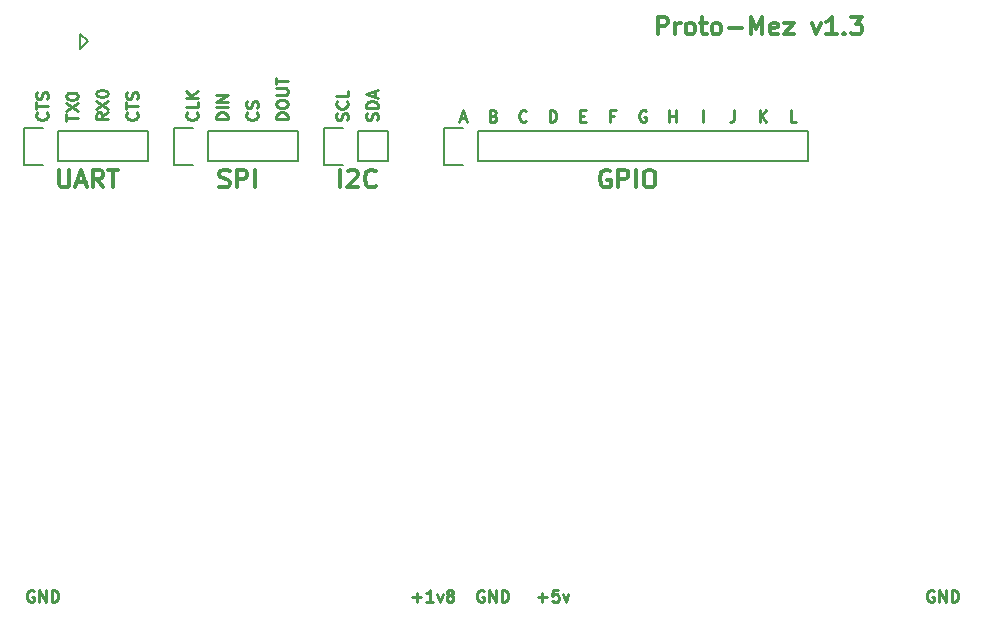
<source format=gbr>
G04 #@! TF.GenerationSoftware,KiCad,Pcbnew,(2017-08-02 revision 9760937)-master*
G04 #@! TF.CreationDate,2017-08-14T12:51:11-05:00*
G04 #@! TF.ProjectId,proto-mezzanine,70726F746F2D6D657A7A616E696E652E,A*
G04 #@! TF.SameCoordinates,Original*
G04 #@! TF.FileFunction,Legend,Top*
G04 #@! TF.FilePolarity,Positive*
%FSLAX46Y46*%
G04 Gerber Fmt 4.6, Leading zero omitted, Abs format (unit mm)*
G04 Created by KiCad (PCBNEW (2017-08-02 revision 9760937)-master) date Mon Aug 14 12:51:11 2017*
%MOMM*%
%LPD*%
G01*
G04 APERTURE LIST*
%ADD10C,0.200000*%
%ADD11C,0.300000*%
%ADD12C,0.250000*%
%ADD13C,0.150000*%
G04 APERTURE END LIST*
D10*
X106985000Y-104445000D02*
X106985000Y-104445000D01*
X106985000Y-105715000D02*
X106985000Y-104445000D01*
X107620000Y-105080000D02*
X106985000Y-105715000D01*
X106985000Y-104445000D02*
X107620000Y-105080000D01*
D11*
X155893571Y-104488571D02*
X155893571Y-102988571D01*
X156465000Y-102988571D01*
X156607857Y-103060000D01*
X156679285Y-103131428D01*
X156750714Y-103274285D01*
X156750714Y-103488571D01*
X156679285Y-103631428D01*
X156607857Y-103702857D01*
X156465000Y-103774285D01*
X155893571Y-103774285D01*
X157393571Y-104488571D02*
X157393571Y-103488571D01*
X157393571Y-103774285D02*
X157465000Y-103631428D01*
X157536428Y-103560000D01*
X157679285Y-103488571D01*
X157822142Y-103488571D01*
X158536428Y-104488571D02*
X158393571Y-104417142D01*
X158322142Y-104345714D01*
X158250714Y-104202857D01*
X158250714Y-103774285D01*
X158322142Y-103631428D01*
X158393571Y-103560000D01*
X158536428Y-103488571D01*
X158750714Y-103488571D01*
X158893571Y-103560000D01*
X158965000Y-103631428D01*
X159036428Y-103774285D01*
X159036428Y-104202857D01*
X158965000Y-104345714D01*
X158893571Y-104417142D01*
X158750714Y-104488571D01*
X158536428Y-104488571D01*
X159465000Y-103488571D02*
X160036428Y-103488571D01*
X159679285Y-102988571D02*
X159679285Y-104274285D01*
X159750714Y-104417142D01*
X159893571Y-104488571D01*
X160036428Y-104488571D01*
X160750714Y-104488571D02*
X160607857Y-104417142D01*
X160536428Y-104345714D01*
X160465000Y-104202857D01*
X160465000Y-103774285D01*
X160536428Y-103631428D01*
X160607857Y-103560000D01*
X160750714Y-103488571D01*
X160965000Y-103488571D01*
X161107857Y-103560000D01*
X161179285Y-103631428D01*
X161250714Y-103774285D01*
X161250714Y-104202857D01*
X161179285Y-104345714D01*
X161107857Y-104417142D01*
X160965000Y-104488571D01*
X160750714Y-104488571D01*
X161893571Y-103917142D02*
X163036428Y-103917142D01*
X163750714Y-104488571D02*
X163750714Y-102988571D01*
X164250714Y-104060000D01*
X164750714Y-102988571D01*
X164750714Y-104488571D01*
X166036428Y-104417142D02*
X165893571Y-104488571D01*
X165607857Y-104488571D01*
X165465000Y-104417142D01*
X165393571Y-104274285D01*
X165393571Y-103702857D01*
X165465000Y-103560000D01*
X165607857Y-103488571D01*
X165893571Y-103488571D01*
X166036428Y-103560000D01*
X166107857Y-103702857D01*
X166107857Y-103845714D01*
X165393571Y-103988571D01*
X166607857Y-103488571D02*
X167393571Y-103488571D01*
X166607857Y-104488571D01*
X167393571Y-104488571D01*
X168965000Y-103488571D02*
X169322142Y-104488571D01*
X169679285Y-103488571D01*
X171036428Y-104488571D02*
X170179285Y-104488571D01*
X170607857Y-104488571D02*
X170607857Y-102988571D01*
X170465000Y-103202857D01*
X170322142Y-103345714D01*
X170179285Y-103417142D01*
X171679285Y-104345714D02*
X171750714Y-104417142D01*
X171679285Y-104488571D01*
X171607857Y-104417142D01*
X171679285Y-104345714D01*
X171679285Y-104488571D01*
X172250714Y-102988571D02*
X173179285Y-102988571D01*
X172679285Y-103560000D01*
X172893571Y-103560000D01*
X173036428Y-103631428D01*
X173107857Y-103702857D01*
X173179285Y-103845714D01*
X173179285Y-104202857D01*
X173107857Y-104345714D01*
X173036428Y-104417142D01*
X172893571Y-104488571D01*
X172465000Y-104488571D01*
X172322142Y-104417142D01*
X172250714Y-104345714D01*
D12*
X135115714Y-152141428D02*
X135877619Y-152141428D01*
X135496666Y-152522380D02*
X135496666Y-151760476D01*
X136877619Y-152522380D02*
X136306190Y-152522380D01*
X136591904Y-152522380D02*
X136591904Y-151522380D01*
X136496666Y-151665238D01*
X136401428Y-151760476D01*
X136306190Y-151808095D01*
X137210952Y-151855714D02*
X137449047Y-152522380D01*
X137687142Y-151855714D01*
X138210952Y-151950952D02*
X138115714Y-151903333D01*
X138068095Y-151855714D01*
X138020476Y-151760476D01*
X138020476Y-151712857D01*
X138068095Y-151617619D01*
X138115714Y-151570000D01*
X138210952Y-151522380D01*
X138401428Y-151522380D01*
X138496666Y-151570000D01*
X138544285Y-151617619D01*
X138591904Y-151712857D01*
X138591904Y-151760476D01*
X138544285Y-151855714D01*
X138496666Y-151903333D01*
X138401428Y-151950952D01*
X138210952Y-151950952D01*
X138115714Y-151998571D01*
X138068095Y-152046190D01*
X138020476Y-152141428D01*
X138020476Y-152331904D01*
X138068095Y-152427142D01*
X138115714Y-152474761D01*
X138210952Y-152522380D01*
X138401428Y-152522380D01*
X138496666Y-152474761D01*
X138544285Y-152427142D01*
X138591904Y-152331904D01*
X138591904Y-152141428D01*
X138544285Y-152046190D01*
X138496666Y-151998571D01*
X138401428Y-151950952D01*
X145751904Y-152141428D02*
X146513809Y-152141428D01*
X146132857Y-152522380D02*
X146132857Y-151760476D01*
X147466190Y-151522380D02*
X146990000Y-151522380D01*
X146942380Y-151998571D01*
X146990000Y-151950952D01*
X147085238Y-151903333D01*
X147323333Y-151903333D01*
X147418571Y-151950952D01*
X147466190Y-151998571D01*
X147513809Y-152093809D01*
X147513809Y-152331904D01*
X147466190Y-152427142D01*
X147418571Y-152474761D01*
X147323333Y-152522380D01*
X147085238Y-152522380D01*
X146990000Y-152474761D01*
X146942380Y-152427142D01*
X147847142Y-151855714D02*
X148085238Y-152522380D01*
X148323333Y-151855714D01*
X179248095Y-151570000D02*
X179152857Y-151522380D01*
X179010000Y-151522380D01*
X178867142Y-151570000D01*
X178771904Y-151665238D01*
X178724285Y-151760476D01*
X178676666Y-151950952D01*
X178676666Y-152093809D01*
X178724285Y-152284285D01*
X178771904Y-152379523D01*
X178867142Y-152474761D01*
X179010000Y-152522380D01*
X179105238Y-152522380D01*
X179248095Y-152474761D01*
X179295714Y-152427142D01*
X179295714Y-152093809D01*
X179105238Y-152093809D01*
X179724285Y-152522380D02*
X179724285Y-151522380D01*
X180295714Y-152522380D01*
X180295714Y-151522380D01*
X180771904Y-152522380D02*
X180771904Y-151522380D01*
X181010000Y-151522380D01*
X181152857Y-151570000D01*
X181248095Y-151665238D01*
X181295714Y-151760476D01*
X181343333Y-151950952D01*
X181343333Y-152093809D01*
X181295714Y-152284285D01*
X181248095Y-152379523D01*
X181152857Y-152474761D01*
X181010000Y-152522380D01*
X180771904Y-152522380D01*
X141148095Y-151570000D02*
X141052857Y-151522380D01*
X140910000Y-151522380D01*
X140767142Y-151570000D01*
X140671904Y-151665238D01*
X140624285Y-151760476D01*
X140576666Y-151950952D01*
X140576666Y-152093809D01*
X140624285Y-152284285D01*
X140671904Y-152379523D01*
X140767142Y-152474761D01*
X140910000Y-152522380D01*
X141005238Y-152522380D01*
X141148095Y-152474761D01*
X141195714Y-152427142D01*
X141195714Y-152093809D01*
X141005238Y-152093809D01*
X141624285Y-152522380D02*
X141624285Y-151522380D01*
X142195714Y-152522380D01*
X142195714Y-151522380D01*
X142671904Y-152522380D02*
X142671904Y-151522380D01*
X142910000Y-151522380D01*
X143052857Y-151570000D01*
X143148095Y-151665238D01*
X143195714Y-151760476D01*
X143243333Y-151950952D01*
X143243333Y-152093809D01*
X143195714Y-152284285D01*
X143148095Y-152379523D01*
X143052857Y-152474761D01*
X142910000Y-152522380D01*
X142671904Y-152522380D01*
X103048095Y-151570000D02*
X102952857Y-151522380D01*
X102810000Y-151522380D01*
X102667142Y-151570000D01*
X102571904Y-151665238D01*
X102524285Y-151760476D01*
X102476666Y-151950952D01*
X102476666Y-152093809D01*
X102524285Y-152284285D01*
X102571904Y-152379523D01*
X102667142Y-152474761D01*
X102810000Y-152522380D01*
X102905238Y-152522380D01*
X103048095Y-152474761D01*
X103095714Y-152427142D01*
X103095714Y-152093809D01*
X102905238Y-152093809D01*
X103524285Y-152522380D02*
X103524285Y-151522380D01*
X104095714Y-152522380D01*
X104095714Y-151522380D01*
X104571904Y-152522380D02*
X104571904Y-151522380D01*
X104810000Y-151522380D01*
X104952857Y-151570000D01*
X105048095Y-151665238D01*
X105095714Y-151760476D01*
X105143333Y-151950952D01*
X105143333Y-152093809D01*
X105095714Y-152284285D01*
X105048095Y-152379523D01*
X104952857Y-152474761D01*
X104810000Y-152522380D01*
X104571904Y-152522380D01*
X167619523Y-111882380D02*
X167143333Y-111882380D01*
X167143333Y-110882380D01*
X164508095Y-111882380D02*
X164508095Y-110882380D01*
X165079523Y-111882380D02*
X164650952Y-111310952D01*
X165079523Y-110882380D02*
X164508095Y-111453809D01*
X162372857Y-110882380D02*
X162372857Y-111596666D01*
X162325238Y-111739523D01*
X162230000Y-111834761D01*
X162087142Y-111882380D01*
X161991904Y-111882380D01*
X159690000Y-111882380D02*
X159690000Y-110882380D01*
X156864285Y-111882380D02*
X156864285Y-110882380D01*
X156864285Y-111358571D02*
X157435714Y-111358571D01*
X157435714Y-111882380D02*
X157435714Y-110882380D01*
X154871904Y-110930000D02*
X154776666Y-110882380D01*
X154633809Y-110882380D01*
X154490952Y-110930000D01*
X154395714Y-111025238D01*
X154348095Y-111120476D01*
X154300476Y-111310952D01*
X154300476Y-111453809D01*
X154348095Y-111644285D01*
X154395714Y-111739523D01*
X154490952Y-111834761D01*
X154633809Y-111882380D01*
X154729047Y-111882380D01*
X154871904Y-111834761D01*
X154919523Y-111787142D01*
X154919523Y-111453809D01*
X154729047Y-111453809D01*
X152212857Y-111358571D02*
X151879523Y-111358571D01*
X151879523Y-111882380D02*
X151879523Y-110882380D01*
X152355714Y-110882380D01*
X149315714Y-111358571D02*
X149649047Y-111358571D01*
X149791904Y-111882380D02*
X149315714Y-111882380D01*
X149315714Y-110882380D01*
X149791904Y-110882380D01*
X146728095Y-111882380D02*
X146728095Y-110882380D01*
X146966190Y-110882380D01*
X147109047Y-110930000D01*
X147204285Y-111025238D01*
X147251904Y-111120476D01*
X147299523Y-111310952D01*
X147299523Y-111453809D01*
X147251904Y-111644285D01*
X147204285Y-111739523D01*
X147109047Y-111834761D01*
X146966190Y-111882380D01*
X146728095Y-111882380D01*
X144759523Y-111787142D02*
X144711904Y-111834761D01*
X144569047Y-111882380D01*
X144473809Y-111882380D01*
X144330952Y-111834761D01*
X144235714Y-111739523D01*
X144188095Y-111644285D01*
X144140476Y-111453809D01*
X144140476Y-111310952D01*
X144188095Y-111120476D01*
X144235714Y-111025238D01*
X144330952Y-110930000D01*
X144473809Y-110882380D01*
X144569047Y-110882380D01*
X144711904Y-110930000D01*
X144759523Y-110977619D01*
X141981428Y-111358571D02*
X142124285Y-111406190D01*
X142171904Y-111453809D01*
X142219523Y-111549047D01*
X142219523Y-111691904D01*
X142171904Y-111787142D01*
X142124285Y-111834761D01*
X142029047Y-111882380D01*
X141648095Y-111882380D01*
X141648095Y-110882380D01*
X141981428Y-110882380D01*
X142076666Y-110930000D01*
X142124285Y-110977619D01*
X142171904Y-111072857D01*
X142171904Y-111168095D01*
X142124285Y-111263333D01*
X142076666Y-111310952D01*
X141981428Y-111358571D01*
X141648095Y-111358571D01*
X139131904Y-111596666D02*
X139608095Y-111596666D01*
X139036666Y-111882380D02*
X139370000Y-110882380D01*
X139703333Y-111882380D01*
X132154761Y-111712023D02*
X132202380Y-111569166D01*
X132202380Y-111331071D01*
X132154761Y-111235833D01*
X132107142Y-111188214D01*
X132011904Y-111140595D01*
X131916666Y-111140595D01*
X131821428Y-111188214D01*
X131773809Y-111235833D01*
X131726190Y-111331071D01*
X131678571Y-111521547D01*
X131630952Y-111616785D01*
X131583333Y-111664404D01*
X131488095Y-111712023D01*
X131392857Y-111712023D01*
X131297619Y-111664404D01*
X131250000Y-111616785D01*
X131202380Y-111521547D01*
X131202380Y-111283452D01*
X131250000Y-111140595D01*
X132202380Y-110712023D02*
X131202380Y-110712023D01*
X131202380Y-110473928D01*
X131250000Y-110331071D01*
X131345238Y-110235833D01*
X131440476Y-110188214D01*
X131630952Y-110140595D01*
X131773809Y-110140595D01*
X131964285Y-110188214D01*
X132059523Y-110235833D01*
X132154761Y-110331071D01*
X132202380Y-110473928D01*
X132202380Y-110712023D01*
X131916666Y-109759642D02*
X131916666Y-109283452D01*
X132202380Y-109854880D02*
X131202380Y-109521547D01*
X132202380Y-109188214D01*
X129614761Y-111712023D02*
X129662380Y-111569166D01*
X129662380Y-111331071D01*
X129614761Y-111235833D01*
X129567142Y-111188214D01*
X129471904Y-111140595D01*
X129376666Y-111140595D01*
X129281428Y-111188214D01*
X129233809Y-111235833D01*
X129186190Y-111331071D01*
X129138571Y-111521547D01*
X129090952Y-111616785D01*
X129043333Y-111664404D01*
X128948095Y-111712023D01*
X128852857Y-111712023D01*
X128757619Y-111664404D01*
X128710000Y-111616785D01*
X128662380Y-111521547D01*
X128662380Y-111283452D01*
X128710000Y-111140595D01*
X129567142Y-110140595D02*
X129614761Y-110188214D01*
X129662380Y-110331071D01*
X129662380Y-110426309D01*
X129614761Y-110569166D01*
X129519523Y-110664404D01*
X129424285Y-110712023D01*
X129233809Y-110759642D01*
X129090952Y-110759642D01*
X128900476Y-110712023D01*
X128805238Y-110664404D01*
X128710000Y-110569166D01*
X128662380Y-110426309D01*
X128662380Y-110331071D01*
X128710000Y-110188214D01*
X128757619Y-110140595D01*
X129662380Y-109235833D02*
X129662380Y-109712023D01*
X128662380Y-109712023D01*
X124582380Y-111664404D02*
X123582380Y-111664404D01*
X123582380Y-111426309D01*
X123630000Y-111283452D01*
X123725238Y-111188214D01*
X123820476Y-111140595D01*
X124010952Y-111092976D01*
X124153809Y-111092976D01*
X124344285Y-111140595D01*
X124439523Y-111188214D01*
X124534761Y-111283452D01*
X124582380Y-111426309D01*
X124582380Y-111664404D01*
X123582380Y-110473928D02*
X123582380Y-110283452D01*
X123630000Y-110188214D01*
X123725238Y-110092976D01*
X123915714Y-110045357D01*
X124249047Y-110045357D01*
X124439523Y-110092976D01*
X124534761Y-110188214D01*
X124582380Y-110283452D01*
X124582380Y-110473928D01*
X124534761Y-110569166D01*
X124439523Y-110664404D01*
X124249047Y-110712023D01*
X123915714Y-110712023D01*
X123725238Y-110664404D01*
X123630000Y-110569166D01*
X123582380Y-110473928D01*
X123582380Y-109616785D02*
X124391904Y-109616785D01*
X124487142Y-109569166D01*
X124534761Y-109521547D01*
X124582380Y-109426309D01*
X124582380Y-109235833D01*
X124534761Y-109140595D01*
X124487142Y-109092976D01*
X124391904Y-109045357D01*
X123582380Y-109045357D01*
X123582380Y-108712023D02*
X123582380Y-108140595D01*
X124582380Y-108426309D02*
X123582380Y-108426309D01*
X121947142Y-111092976D02*
X121994761Y-111140595D01*
X122042380Y-111283452D01*
X122042380Y-111378690D01*
X121994761Y-111521547D01*
X121899523Y-111616785D01*
X121804285Y-111664404D01*
X121613809Y-111712023D01*
X121470952Y-111712023D01*
X121280476Y-111664404D01*
X121185238Y-111616785D01*
X121090000Y-111521547D01*
X121042380Y-111378690D01*
X121042380Y-111283452D01*
X121090000Y-111140595D01*
X121137619Y-111092976D01*
X121994761Y-110712023D02*
X122042380Y-110569166D01*
X122042380Y-110331071D01*
X121994761Y-110235833D01*
X121947142Y-110188214D01*
X121851904Y-110140595D01*
X121756666Y-110140595D01*
X121661428Y-110188214D01*
X121613809Y-110235833D01*
X121566190Y-110331071D01*
X121518571Y-110521547D01*
X121470952Y-110616785D01*
X121423333Y-110664404D01*
X121328095Y-110712023D01*
X121232857Y-110712023D01*
X121137619Y-110664404D01*
X121090000Y-110616785D01*
X121042380Y-110521547D01*
X121042380Y-110283452D01*
X121090000Y-110140595D01*
X119502380Y-111664404D02*
X118502380Y-111664404D01*
X118502380Y-111426309D01*
X118550000Y-111283452D01*
X118645238Y-111188214D01*
X118740476Y-111140595D01*
X118930952Y-111092976D01*
X119073809Y-111092976D01*
X119264285Y-111140595D01*
X119359523Y-111188214D01*
X119454761Y-111283452D01*
X119502380Y-111426309D01*
X119502380Y-111664404D01*
X119502380Y-110664404D02*
X118502380Y-110664404D01*
X119502380Y-110188214D02*
X118502380Y-110188214D01*
X119502380Y-109616785D01*
X118502380Y-109616785D01*
X116867142Y-111092976D02*
X116914761Y-111140595D01*
X116962380Y-111283452D01*
X116962380Y-111378690D01*
X116914761Y-111521547D01*
X116819523Y-111616785D01*
X116724285Y-111664404D01*
X116533809Y-111712023D01*
X116390952Y-111712023D01*
X116200476Y-111664404D01*
X116105238Y-111616785D01*
X116010000Y-111521547D01*
X115962380Y-111378690D01*
X115962380Y-111283452D01*
X116010000Y-111140595D01*
X116057619Y-111092976D01*
X116962380Y-110188214D02*
X116962380Y-110664404D01*
X115962380Y-110664404D01*
X116962380Y-109854880D02*
X115962380Y-109854880D01*
X116962380Y-109283452D02*
X116390952Y-109712023D01*
X115962380Y-109283452D02*
X116533809Y-109854880D01*
X111787142Y-111092976D02*
X111834761Y-111140595D01*
X111882380Y-111283452D01*
X111882380Y-111378690D01*
X111834761Y-111521547D01*
X111739523Y-111616785D01*
X111644285Y-111664404D01*
X111453809Y-111712023D01*
X111310952Y-111712023D01*
X111120476Y-111664404D01*
X111025238Y-111616785D01*
X110930000Y-111521547D01*
X110882380Y-111378690D01*
X110882380Y-111283452D01*
X110930000Y-111140595D01*
X110977619Y-111092976D01*
X110882380Y-110807261D02*
X110882380Y-110235833D01*
X111882380Y-110521547D02*
X110882380Y-110521547D01*
X111834761Y-109950119D02*
X111882380Y-109807261D01*
X111882380Y-109569166D01*
X111834761Y-109473928D01*
X111787142Y-109426309D01*
X111691904Y-109378690D01*
X111596666Y-109378690D01*
X111501428Y-109426309D01*
X111453809Y-109473928D01*
X111406190Y-109569166D01*
X111358571Y-109759642D01*
X111310952Y-109854880D01*
X111263333Y-109902500D01*
X111168095Y-109950119D01*
X111072857Y-109950119D01*
X110977619Y-109902500D01*
X110930000Y-109854880D01*
X110882380Y-109759642D01*
X110882380Y-109521547D01*
X110930000Y-109378690D01*
X109342380Y-111092976D02*
X108866190Y-111426309D01*
X109342380Y-111664404D02*
X108342380Y-111664404D01*
X108342380Y-111283452D01*
X108390000Y-111188214D01*
X108437619Y-111140595D01*
X108532857Y-111092976D01*
X108675714Y-111092976D01*
X108770952Y-111140595D01*
X108818571Y-111188214D01*
X108866190Y-111283452D01*
X108866190Y-111664404D01*
X108342380Y-110759642D02*
X109342380Y-110092976D01*
X108342380Y-110092976D02*
X109342380Y-110759642D01*
X108342380Y-109521547D02*
X108342380Y-109426309D01*
X108390000Y-109331071D01*
X108437619Y-109283452D01*
X108532857Y-109235833D01*
X108723333Y-109188214D01*
X108961428Y-109188214D01*
X109151904Y-109235833D01*
X109247142Y-109283452D01*
X109294761Y-109331071D01*
X109342380Y-109426309D01*
X109342380Y-109521547D01*
X109294761Y-109616785D01*
X109247142Y-109664404D01*
X109151904Y-109712023D01*
X108961428Y-109759642D01*
X108723333Y-109759642D01*
X108532857Y-109712023D01*
X108437619Y-109664404D01*
X108390000Y-109616785D01*
X108342380Y-109521547D01*
X105802380Y-111807261D02*
X105802380Y-111235833D01*
X106802380Y-111521547D02*
X105802380Y-111521547D01*
X105802380Y-110997738D02*
X106802380Y-110331071D01*
X105802380Y-110331071D02*
X106802380Y-110997738D01*
X105802380Y-109759642D02*
X105802380Y-109664404D01*
X105850000Y-109569166D01*
X105897619Y-109521547D01*
X105992857Y-109473928D01*
X106183333Y-109426309D01*
X106421428Y-109426309D01*
X106611904Y-109473928D01*
X106707142Y-109521547D01*
X106754761Y-109569166D01*
X106802380Y-109664404D01*
X106802380Y-109759642D01*
X106754761Y-109854880D01*
X106707142Y-109902500D01*
X106611904Y-109950119D01*
X106421428Y-109997738D01*
X106183333Y-109997738D01*
X105992857Y-109950119D01*
X105897619Y-109902500D01*
X105850000Y-109854880D01*
X105802380Y-109759642D01*
X104167142Y-111092976D02*
X104214761Y-111140595D01*
X104262380Y-111283452D01*
X104262380Y-111378690D01*
X104214761Y-111521547D01*
X104119523Y-111616785D01*
X104024285Y-111664404D01*
X103833809Y-111712023D01*
X103690952Y-111712023D01*
X103500476Y-111664404D01*
X103405238Y-111616785D01*
X103310000Y-111521547D01*
X103262380Y-111378690D01*
X103262380Y-111283452D01*
X103310000Y-111140595D01*
X103357619Y-111092976D01*
X103262380Y-110807261D02*
X103262380Y-110235833D01*
X104262380Y-110521547D02*
X103262380Y-110521547D01*
X104214761Y-109950119D02*
X104262380Y-109807261D01*
X104262380Y-109569166D01*
X104214761Y-109473928D01*
X104167142Y-109426309D01*
X104071904Y-109378690D01*
X103976666Y-109378690D01*
X103881428Y-109426309D01*
X103833809Y-109473928D01*
X103786190Y-109569166D01*
X103738571Y-109759642D01*
X103690952Y-109854880D01*
X103643333Y-109902500D01*
X103548095Y-109950119D01*
X103452857Y-109950119D01*
X103357619Y-109902500D01*
X103310000Y-109854880D01*
X103262380Y-109759642D01*
X103262380Y-109521547D01*
X103310000Y-109378690D01*
D11*
X151840000Y-116014000D02*
X151697142Y-115942571D01*
X151482857Y-115942571D01*
X151268571Y-116014000D01*
X151125714Y-116156857D01*
X151054285Y-116299714D01*
X150982857Y-116585428D01*
X150982857Y-116799714D01*
X151054285Y-117085428D01*
X151125714Y-117228285D01*
X151268571Y-117371142D01*
X151482857Y-117442571D01*
X151625714Y-117442571D01*
X151840000Y-117371142D01*
X151911428Y-117299714D01*
X151911428Y-116799714D01*
X151625714Y-116799714D01*
X152554285Y-117442571D02*
X152554285Y-115942571D01*
X153125714Y-115942571D01*
X153268571Y-116014000D01*
X153340000Y-116085428D01*
X153411428Y-116228285D01*
X153411428Y-116442571D01*
X153340000Y-116585428D01*
X153268571Y-116656857D01*
X153125714Y-116728285D01*
X152554285Y-116728285D01*
X154054285Y-117442571D02*
X154054285Y-115942571D01*
X155054285Y-115942571D02*
X155340000Y-115942571D01*
X155482857Y-116014000D01*
X155625714Y-116156857D01*
X155697142Y-116442571D01*
X155697142Y-116942571D01*
X155625714Y-117228285D01*
X155482857Y-117371142D01*
X155340000Y-117442571D01*
X155054285Y-117442571D01*
X154911428Y-117371142D01*
X154768571Y-117228285D01*
X154697142Y-116942571D01*
X154697142Y-116442571D01*
X154768571Y-116156857D01*
X154911428Y-116014000D01*
X155054285Y-115942571D01*
X129015714Y-117442571D02*
X129015714Y-115942571D01*
X129658571Y-116085428D02*
X129730000Y-116014000D01*
X129872857Y-115942571D01*
X130230000Y-115942571D01*
X130372857Y-116014000D01*
X130444285Y-116085428D01*
X130515714Y-116228285D01*
X130515714Y-116371142D01*
X130444285Y-116585428D01*
X129587142Y-117442571D01*
X130515714Y-117442571D01*
X132015714Y-117299714D02*
X131944285Y-117371142D01*
X131730000Y-117442571D01*
X131587142Y-117442571D01*
X131372857Y-117371142D01*
X131230000Y-117228285D01*
X131158571Y-117085428D01*
X131087142Y-116799714D01*
X131087142Y-116585428D01*
X131158571Y-116299714D01*
X131230000Y-116156857D01*
X131372857Y-116014000D01*
X131587142Y-115942571D01*
X131730000Y-115942571D01*
X131944285Y-116014000D01*
X132015714Y-116085428D01*
X118784285Y-117371142D02*
X118998571Y-117442571D01*
X119355714Y-117442571D01*
X119498571Y-117371142D01*
X119570000Y-117299714D01*
X119641428Y-117156857D01*
X119641428Y-117014000D01*
X119570000Y-116871142D01*
X119498571Y-116799714D01*
X119355714Y-116728285D01*
X119070000Y-116656857D01*
X118927142Y-116585428D01*
X118855714Y-116514000D01*
X118784285Y-116371142D01*
X118784285Y-116228285D01*
X118855714Y-116085428D01*
X118927142Y-116014000D01*
X119070000Y-115942571D01*
X119427142Y-115942571D01*
X119641428Y-116014000D01*
X120284285Y-117442571D02*
X120284285Y-115942571D01*
X120855714Y-115942571D01*
X120998571Y-116014000D01*
X121070000Y-116085428D01*
X121141428Y-116228285D01*
X121141428Y-116442571D01*
X121070000Y-116585428D01*
X120998571Y-116656857D01*
X120855714Y-116728285D01*
X120284285Y-116728285D01*
X121784285Y-117442571D02*
X121784285Y-115942571D01*
X105227142Y-115942571D02*
X105227142Y-117156857D01*
X105298571Y-117299714D01*
X105370000Y-117371142D01*
X105512857Y-117442571D01*
X105798571Y-117442571D01*
X105941428Y-117371142D01*
X106012857Y-117299714D01*
X106084285Y-117156857D01*
X106084285Y-115942571D01*
X106727142Y-117014000D02*
X107441428Y-117014000D01*
X106584285Y-117442571D02*
X107084285Y-115942571D01*
X107584285Y-117442571D01*
X108941428Y-117442571D02*
X108441428Y-116728285D01*
X108084285Y-117442571D02*
X108084285Y-115942571D01*
X108655714Y-115942571D01*
X108798571Y-116014000D01*
X108870000Y-116085428D01*
X108941428Y-116228285D01*
X108941428Y-116442571D01*
X108870000Y-116585428D01*
X108798571Y-116656857D01*
X108655714Y-116728285D01*
X108084285Y-116728285D01*
X109370000Y-115942571D02*
X110227142Y-115942571D01*
X109798571Y-117442571D02*
X109798571Y-115942571D01*
D13*
X130480000Y-112700000D02*
X133020000Y-112700000D01*
X127660000Y-112420000D02*
X129210000Y-112420000D01*
X130480000Y-112700000D02*
X130480000Y-115240000D01*
X129210000Y-115520000D02*
X127660000Y-115520000D01*
X127660000Y-115520000D02*
X127660000Y-112420000D01*
X130480000Y-115240000D02*
X133020000Y-115240000D01*
X133020000Y-115240000D02*
X133020000Y-112700000D01*
X114960000Y-115520000D02*
X114960000Y-112420000D01*
X116510000Y-115520000D02*
X114960000Y-115520000D01*
X117780000Y-112700000D02*
X117780000Y-115240000D01*
X125400000Y-115240000D02*
X125400000Y-112700000D01*
X114960000Y-112420000D02*
X116510000Y-112420000D01*
X117780000Y-112700000D02*
X125400000Y-112700000D01*
X117780000Y-115240000D02*
X125400000Y-115240000D01*
X105080000Y-115240000D02*
X112700000Y-115240000D01*
X105080000Y-112700000D02*
X112700000Y-112700000D01*
X102260000Y-112420000D02*
X103810000Y-112420000D01*
X112700000Y-115240000D02*
X112700000Y-112700000D01*
X105080000Y-112700000D02*
X105080000Y-115240000D01*
X103810000Y-115520000D02*
X102260000Y-115520000D01*
X102260000Y-115520000D02*
X102260000Y-112420000D01*
X140640000Y-112700000D02*
X168580000Y-112700000D01*
X168580000Y-112700000D02*
X168580000Y-115240000D01*
X168580000Y-115240000D02*
X140640000Y-115240000D01*
X137820000Y-112420000D02*
X139370000Y-112420000D01*
X140640000Y-112700000D02*
X140640000Y-115240000D01*
X139370000Y-115520000D02*
X137820000Y-115520000D01*
X137820000Y-115520000D02*
X137820000Y-112420000D01*
M02*

</source>
